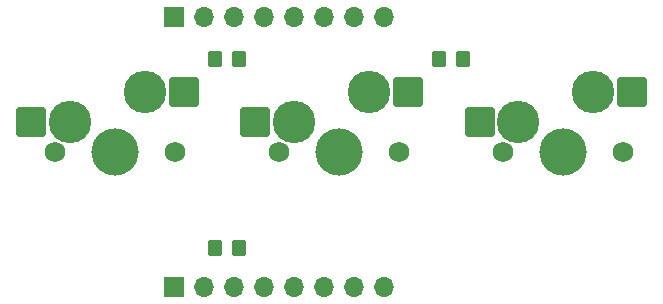
<source format=gbs>
G04 #@! TF.GenerationSoftware,KiCad,Pcbnew,(6.0.4)*
G04 #@! TF.CreationDate,2022-05-25T10:20:10+08:00*
G04 #@! TF.ProjectId,3key-v2,336b6579-2d76-4322-9e6b-696361645f70,rev?*
G04 #@! TF.SameCoordinates,Original*
G04 #@! TF.FileFunction,Soldermask,Bot*
G04 #@! TF.FilePolarity,Negative*
%FSLAX46Y46*%
G04 Gerber Fmt 4.6, Leading zero omitted, Abs format (unit mm)*
G04 Created by KiCad (PCBNEW (6.0.4)) date 2022-05-25 10:20:10*
%MOMM*%
%LPD*%
G01*
G04 APERTURE LIST*
G04 Aperture macros list*
%AMRoundRect*
0 Rectangle with rounded corners*
0 $1 Rounding radius*
0 $2 $3 $4 $5 $6 $7 $8 $9 X,Y pos of 4 corners*
0 Add a 4 corners polygon primitive as box body*
4,1,4,$2,$3,$4,$5,$6,$7,$8,$9,$2,$3,0*
0 Add four circle primitives for the rounded corners*
1,1,$1+$1,$2,$3*
1,1,$1+$1,$4,$5*
1,1,$1+$1,$6,$7*
1,1,$1+$1,$8,$9*
0 Add four rect primitives between the rounded corners*
20,1,$1+$1,$2,$3,$4,$5,0*
20,1,$1+$1,$4,$5,$6,$7,0*
20,1,$1+$1,$6,$7,$8,$9,0*
20,1,$1+$1,$8,$9,$2,$3,0*%
G04 Aperture macros list end*
%ADD10C,3.600000*%
%ADD11C,4.000000*%
%ADD12RoundRect,0.250000X-1.025000X-1.000000X1.025000X-1.000000X1.025000X1.000000X-1.025000X1.000000X0*%
%ADD13C,1.750000*%
%ADD14RoundRect,0.250000X-0.350000X-0.450000X0.350000X-0.450000X0.350000X0.450000X-0.350000X0.450000X0*%
%ADD15RoundRect,0.250000X0.350000X0.450000X-0.350000X0.450000X-0.350000X-0.450000X0.350000X-0.450000X0*%
%ADD16R,1.700000X1.700000*%
%ADD17O,1.700000X1.700000*%
G04 APERTURE END LIST*
D10*
X121540000Y-92320000D03*
X115190000Y-94860000D03*
D11*
X119000000Y-97400000D03*
D12*
X124842000Y-92320000D03*
D13*
X113920000Y-97400000D03*
X124080000Y-97400000D03*
D12*
X111915000Y-94860000D03*
D10*
X102540000Y-92320000D03*
X96190000Y-94860000D03*
D13*
X94920000Y-97400000D03*
X105080000Y-97400000D03*
D11*
X100000000Y-97400000D03*
D12*
X92915000Y-94860000D03*
X105842000Y-92320000D03*
X130915000Y-94860000D03*
X143842000Y-92320000D03*
D11*
X138000000Y-97400000D03*
D13*
X143080000Y-97400000D03*
X132920000Y-97400000D03*
D10*
X134190000Y-94860000D03*
X140540000Y-92320000D03*
D14*
X110500000Y-105500000D03*
X108500000Y-105500000D03*
D15*
X129500000Y-89500000D03*
X127500000Y-89500000D03*
D14*
X108500000Y-89500000D03*
X110500000Y-89500000D03*
D16*
X105000000Y-86000000D03*
D17*
X107540000Y-86000000D03*
X110080000Y-86000000D03*
X112620000Y-86000000D03*
X115160000Y-86000000D03*
X117700000Y-86000000D03*
X120240000Y-86000000D03*
X122780000Y-86000000D03*
D16*
X105000000Y-108800000D03*
D17*
X107540000Y-108800000D03*
X110080000Y-108800000D03*
X112620000Y-108800000D03*
X115160000Y-108800000D03*
X117700000Y-108800000D03*
X120240000Y-108800000D03*
X122780000Y-108800000D03*
M02*

</source>
